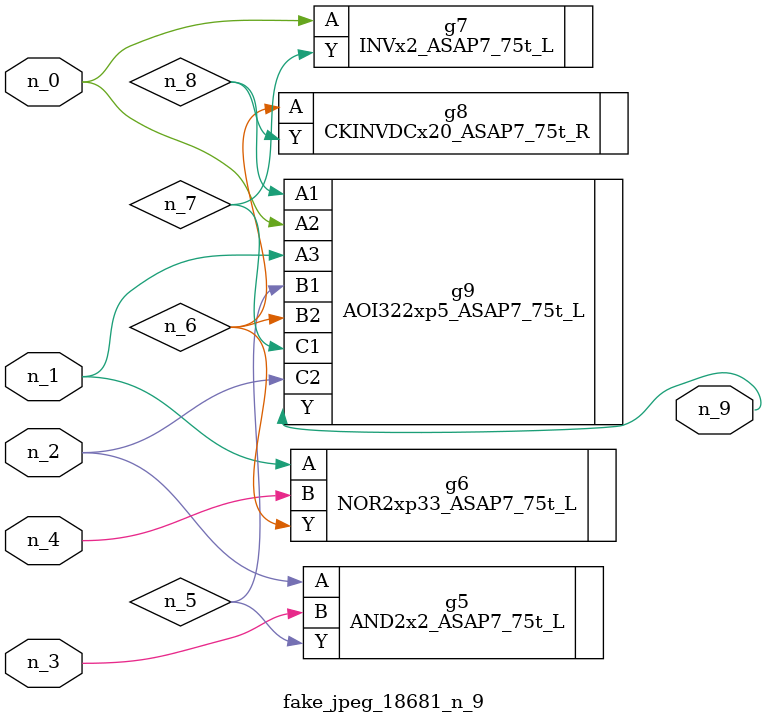
<source format=v>
module fake_jpeg_18681_n_9 (n_3, n_2, n_1, n_0, n_4, n_9);

input n_3;
input n_2;
input n_1;
input n_0;
input n_4;

output n_9;

wire n_8;
wire n_6;
wire n_5;
wire n_7;

AND2x2_ASAP7_75t_L g5 ( 
.A(n_2),
.B(n_3),
.Y(n_5)
);

NOR2xp33_ASAP7_75t_L g6 ( 
.A(n_1),
.B(n_4),
.Y(n_6)
);

INVx2_ASAP7_75t_L g7 ( 
.A(n_0),
.Y(n_7)
);

CKINVDCx20_ASAP7_75t_R g8 ( 
.A(n_6),
.Y(n_8)
);

AOI322xp5_ASAP7_75t_L g9 ( 
.A1(n_8),
.A2(n_0),
.A3(n_1),
.B1(n_5),
.B2(n_6),
.C1(n_7),
.C2(n_2),
.Y(n_9)
);


endmodule
</source>
